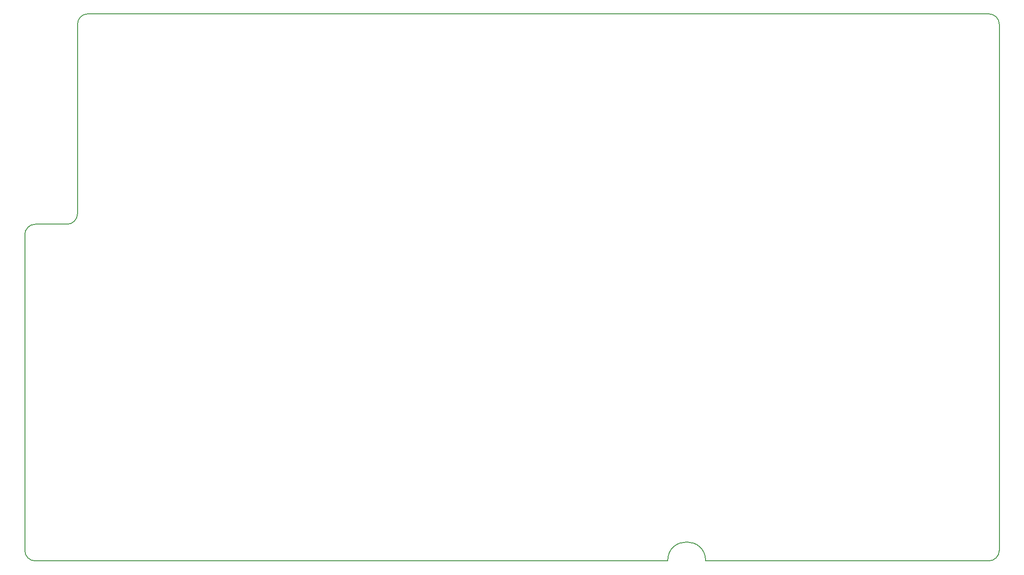
<source format=gbr>
G04 #@! TF.FileFunction,Profile,NP*
%FSLAX46Y46*%
G04 Gerber Fmt 4.6, Leading zero omitted, Abs format (unit mm)*
G04 Created by KiCad (PCBNEW 4.0.2+e4-6225~38~ubuntu14.04.1-stable) date Tue 02 Aug 2016 10:34:59 AM PDT*
%MOMM*%
G01*
G04 APERTURE LIST*
%ADD10C,0.100000*%
%ADD11C,0.150000*%
G04 APERTURE END LIST*
D10*
D11*
X245000000Y-142000000D02*
X191250000Y-142000000D01*
X191250000Y-142000000D02*
G75*
G03X184050000Y-142000000I-3600000J0D01*
G01*
X64000000Y-78000000D02*
X70000000Y-78000000D01*
X72000000Y-76000000D02*
G75*
G02X70000000Y-78000000I-2000000J0D01*
G01*
X64000000Y-78000000D02*
G75*
G03X62000000Y-80000000I0J-2000000D01*
G01*
X72000000Y-76000000D02*
X72000000Y-40000000D01*
X247000000Y-140000000D02*
X247000000Y-40000000D01*
X247000000Y-140000000D02*
G75*
G02X245000000Y-142000000I-2000000J0D01*
G01*
X247000000Y-40000000D02*
G75*
G03X245000000Y-38000000I-2000000J0D01*
G01*
X62000000Y-140000000D02*
X62000000Y-80000000D01*
X62000000Y-140000000D02*
G75*
G03X64000000Y-142000000I2000000J0D01*
G01*
X184050000Y-142000000D02*
X64000000Y-142000000D01*
X74000000Y-38000000D02*
G75*
G03X72000000Y-40000000I0J-2000000D01*
G01*
X245000000Y-38000000D02*
X74000000Y-38000000D01*
M02*

</source>
